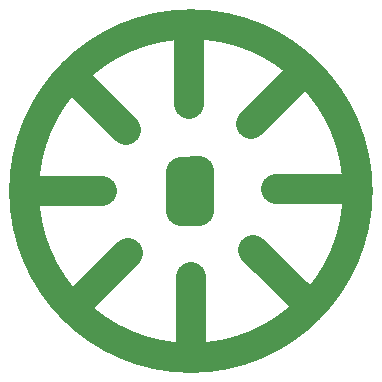
<source format=gbr>
G04 #@! TF.FileFunction,Profile,NP*
%FSLAX46Y46*%
G04 Gerber Fmt 4.6, Leading zero omitted, Abs format (unit mm)*
G04 Created by KiCad (PCBNEW 0.201506122246+5743~23~ubuntu14.10.1-product) date Tue 16 Jun 2015 10:43:00 PM EDT*
%MOMM*%
G01*
G04 APERTURE LIST*
%ADD10C,0.100000*%
%ADD11C,2.540000*%
G04 APERTURE END LIST*
D10*
D11*
X121300000Y-90900000D02*
X117000000Y-86600000D01*
X140922677Y-96100000D02*
G75*
G03X140922677Y-96100000I-14122677J0D01*
G01*
X126800000Y-103400000D02*
X126800000Y-109400000D01*
X132100000Y-101100000D02*
X136700000Y-105700000D01*
X121500000Y-101300000D02*
X117000000Y-105800000D01*
X126600000Y-88700000D02*
X126600000Y-83000000D01*
X134000000Y-95900000D02*
X139800000Y-95900000D01*
X119300000Y-96100000D02*
X112900000Y-96100000D01*
X127000000Y-94500000D02*
X127000000Y-94400000D01*
X126000000Y-94500000D02*
X127000000Y-94500000D01*
X126000000Y-97800000D02*
X126000000Y-94500000D01*
X127500000Y-97800000D02*
X126000000Y-97800000D01*
X127500000Y-94400000D02*
X127500000Y-97800000D01*
X136000000Y-86300000D02*
X131900000Y-90400000D01*
M02*

</source>
